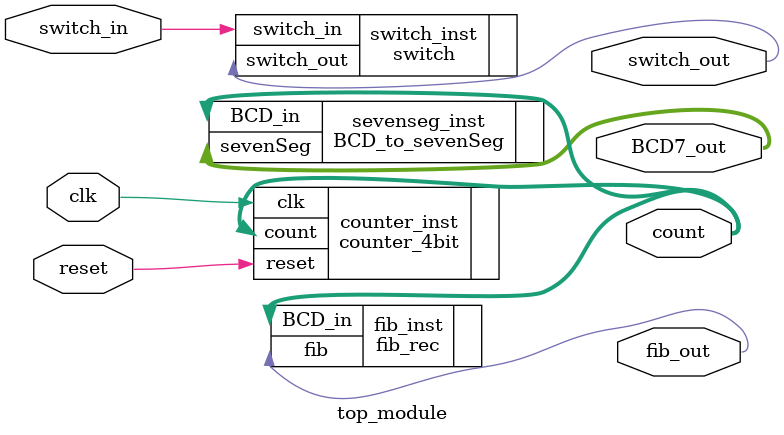
<source format=sv>
module top_module(
    input logic clk, reset,
    input logic switch_in,
    output logic switch_out,
    output logic [3:0] count,
    output logic [6:0] BCD7_out,
    output logic fib_out
);

    counter_4bit counter_inst (
        .clk(clk),
        .reset(reset),
        .count(count)
    );

    BCD_to_sevenSeg sevenseg_inst (
        .BCD_in(count), // Conecta la salida de counter_4bit a BCD_to_sevenSeg
        .sevenSeg(BCD7_out)
    );

    fib_rec fib_inst (
        .BCD_in(count), // Conecta la salida de counter_4bit a fib_rec
        .fib(fib_out)
    );

    switch switch_inst(
        .switch_in(switch_in),
        .switch_out(switch_out)  
    );

endmodule


</source>
